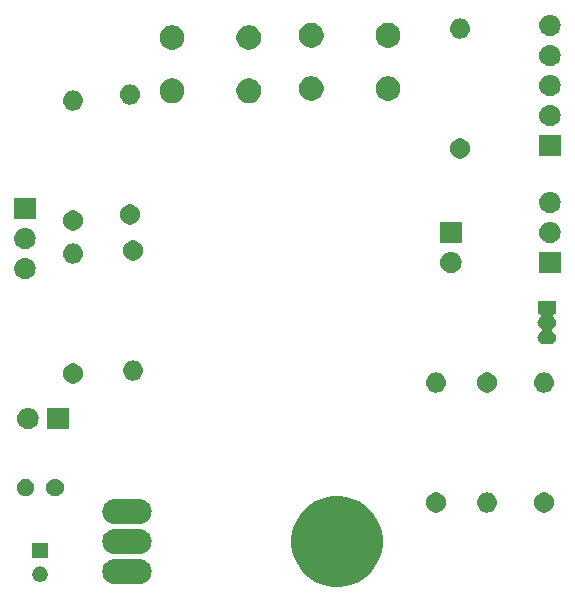
<source format=gbr>
G04 #@! TF.GenerationSoftware,KiCad,Pcbnew,(5.0.1-3-g963ef8bb5)*
G04 #@! TF.CreationDate,2020-03-03T22:13:18-05:00*
G04 #@! TF.ProjectId,NeuMaE,4E65754D61452E6B696361645F706362,rev?*
G04 #@! TF.SameCoordinates,Original*
G04 #@! TF.FileFunction,Soldermask,Bot*
G04 #@! TF.FilePolarity,Negative*
%FSLAX46Y46*%
G04 Gerber Fmt 4.6, Leading zero omitted, Abs format (unit mm)*
G04 Created by KiCad (PCBNEW (5.0.1-3-g963ef8bb5)) date Tuesday, 03 March 2020 at 22:13:18*
%MOMM*%
%LPD*%
G01*
G04 APERTURE LIST*
%ADD10C,0.100000*%
G04 APERTURE END LIST*
D10*
G36*
X73008211Y-55977375D02*
X73710868Y-56268425D01*
X74343247Y-56690967D01*
X74881033Y-57228753D01*
X75303575Y-57861132D01*
X75594625Y-58563789D01*
X75743000Y-59309723D01*
X75743000Y-60070277D01*
X75594625Y-60816211D01*
X75303575Y-61518868D01*
X74881033Y-62151247D01*
X74343247Y-62689033D01*
X73710868Y-63111575D01*
X73008211Y-63402625D01*
X72262277Y-63551000D01*
X71501723Y-63551000D01*
X70755789Y-63402625D01*
X70053132Y-63111575D01*
X69420753Y-62689033D01*
X68882967Y-62151247D01*
X68460425Y-61518868D01*
X68169375Y-60816211D01*
X68021000Y-60070277D01*
X68021000Y-59309723D01*
X68169375Y-58563789D01*
X68460425Y-57861132D01*
X68882967Y-57228753D01*
X69420753Y-56690967D01*
X70053132Y-56268425D01*
X70755789Y-55977375D01*
X71501723Y-55829000D01*
X72262277Y-55829000D01*
X73008211Y-55977375D01*
X73008211Y-55977375D01*
G37*
G36*
X55233114Y-61169176D02*
X55327168Y-61178439D01*
X55528299Y-61239451D01*
X55560899Y-61256876D01*
X55713662Y-61338529D01*
X55876133Y-61471867D01*
X56009471Y-61634338D01*
X56091124Y-61787101D01*
X56108549Y-61819701D01*
X56169561Y-62020832D01*
X56190162Y-62230000D01*
X56169561Y-62439168D01*
X56108549Y-62640299D01*
X56091124Y-62672899D01*
X56009471Y-62825662D01*
X55876133Y-62988133D01*
X55713662Y-63121471D01*
X55560899Y-63203124D01*
X55528299Y-63220549D01*
X55327168Y-63281561D01*
X55233114Y-63290824D01*
X55170413Y-63297000D01*
X53033587Y-63297000D01*
X52970886Y-63290824D01*
X52876832Y-63281561D01*
X52675701Y-63220549D01*
X52643101Y-63203124D01*
X52490338Y-63121471D01*
X52327867Y-62988133D01*
X52194529Y-62825662D01*
X52112876Y-62672899D01*
X52095451Y-62640299D01*
X52034439Y-62439168D01*
X52013838Y-62230000D01*
X52034439Y-62020832D01*
X52095451Y-61819701D01*
X52112876Y-61787101D01*
X52194529Y-61634338D01*
X52327867Y-61471867D01*
X52490338Y-61338529D01*
X52643101Y-61256876D01*
X52675701Y-61239451D01*
X52876832Y-61178439D01*
X52970886Y-61169176D01*
X53033587Y-61163000D01*
X55170413Y-61163000D01*
X55233114Y-61169176D01*
X55233114Y-61169176D01*
G37*
G36*
X46925890Y-61826017D02*
X47044361Y-61875089D01*
X47150992Y-61946338D01*
X47241662Y-62037008D01*
X47312911Y-62143639D01*
X47361983Y-62262110D01*
X47387000Y-62387881D01*
X47387000Y-62516119D01*
X47361983Y-62641890D01*
X47312911Y-62760361D01*
X47241662Y-62866992D01*
X47150992Y-62957662D01*
X47044361Y-63028911D01*
X46925890Y-63077983D01*
X46800119Y-63103000D01*
X46671881Y-63103000D01*
X46546110Y-63077983D01*
X46427639Y-63028911D01*
X46321008Y-62957662D01*
X46230338Y-62866992D01*
X46159089Y-62760361D01*
X46110017Y-62641890D01*
X46085000Y-62516119D01*
X46085000Y-62387881D01*
X46110017Y-62262110D01*
X46159089Y-62143639D01*
X46230338Y-62037008D01*
X46321008Y-61946338D01*
X46427639Y-61875089D01*
X46546110Y-61826017D01*
X46671881Y-61801000D01*
X46800119Y-61801000D01*
X46925890Y-61826017D01*
X46925890Y-61826017D01*
G37*
G36*
X47387000Y-61103000D02*
X46085000Y-61103000D01*
X46085000Y-59801000D01*
X47387000Y-59801000D01*
X47387000Y-61103000D01*
X47387000Y-61103000D01*
G37*
G36*
X55233114Y-58629176D02*
X55327168Y-58638439D01*
X55528299Y-58699451D01*
X55560899Y-58716876D01*
X55713662Y-58798529D01*
X55876133Y-58931867D01*
X56009471Y-59094338D01*
X56091124Y-59247101D01*
X56108549Y-59279701D01*
X56169561Y-59480832D01*
X56190162Y-59690000D01*
X56169561Y-59899168D01*
X56108549Y-60100299D01*
X56108546Y-60100304D01*
X56009471Y-60285662D01*
X55876133Y-60448133D01*
X55713662Y-60581471D01*
X55560899Y-60663124D01*
X55528299Y-60680549D01*
X55327168Y-60741561D01*
X55233114Y-60750824D01*
X55170413Y-60757000D01*
X53033587Y-60757000D01*
X52970886Y-60750824D01*
X52876832Y-60741561D01*
X52675701Y-60680549D01*
X52643101Y-60663124D01*
X52490338Y-60581471D01*
X52327867Y-60448133D01*
X52194529Y-60285662D01*
X52095454Y-60100304D01*
X52095451Y-60100299D01*
X52034439Y-59899168D01*
X52013838Y-59690000D01*
X52034439Y-59480832D01*
X52095451Y-59279701D01*
X52112876Y-59247101D01*
X52194529Y-59094338D01*
X52327867Y-58931867D01*
X52490338Y-58798529D01*
X52643101Y-58716876D01*
X52675701Y-58699451D01*
X52876832Y-58638439D01*
X52970886Y-58629176D01*
X53033587Y-58623000D01*
X55170413Y-58623000D01*
X55233114Y-58629176D01*
X55233114Y-58629176D01*
G37*
G36*
X55233114Y-56089176D02*
X55327168Y-56098439D01*
X55528299Y-56159451D01*
X55560899Y-56176876D01*
X55713662Y-56258529D01*
X55876133Y-56391867D01*
X56009471Y-56554338D01*
X56082499Y-56690965D01*
X56108549Y-56739701D01*
X56169561Y-56940832D01*
X56190162Y-57150000D01*
X56169561Y-57359168D01*
X56108549Y-57560299D01*
X56108546Y-57560304D01*
X56009471Y-57745662D01*
X55876133Y-57908133D01*
X55713662Y-58041471D01*
X55560899Y-58123124D01*
X55528299Y-58140549D01*
X55327168Y-58201561D01*
X55233114Y-58210824D01*
X55170413Y-58217000D01*
X53033587Y-58217000D01*
X52970886Y-58210824D01*
X52876832Y-58201561D01*
X52675701Y-58140549D01*
X52643101Y-58123124D01*
X52490338Y-58041471D01*
X52327867Y-57908133D01*
X52194529Y-57745662D01*
X52095454Y-57560304D01*
X52095451Y-57560299D01*
X52034439Y-57359168D01*
X52013838Y-57150000D01*
X52034439Y-56940832D01*
X52095451Y-56739701D01*
X52121501Y-56690965D01*
X52194529Y-56554338D01*
X52327867Y-56391867D01*
X52490338Y-56258529D01*
X52643101Y-56176876D01*
X52675701Y-56159451D01*
X52876832Y-56098439D01*
X52970886Y-56089176D01*
X53033587Y-56083000D01*
X55170413Y-56083000D01*
X55233114Y-56089176D01*
X55233114Y-56089176D01*
G37*
G36*
X80512228Y-55569703D02*
X80667100Y-55633853D01*
X80806481Y-55726985D01*
X80925015Y-55845519D01*
X81018147Y-55984900D01*
X81082297Y-56139772D01*
X81115000Y-56304184D01*
X81115000Y-56471816D01*
X81082297Y-56636228D01*
X81018147Y-56791100D01*
X80925015Y-56930481D01*
X80806481Y-57049015D01*
X80667100Y-57142147D01*
X80512228Y-57206297D01*
X80347816Y-57239000D01*
X80180184Y-57239000D01*
X80015772Y-57206297D01*
X79860900Y-57142147D01*
X79721519Y-57049015D01*
X79602985Y-56930481D01*
X79509853Y-56791100D01*
X79445703Y-56636228D01*
X79413000Y-56471816D01*
X79413000Y-56304184D01*
X79445703Y-56139772D01*
X79509853Y-55984900D01*
X79602985Y-55845519D01*
X79721519Y-55726985D01*
X79860900Y-55633853D01*
X80015772Y-55569703D01*
X80180184Y-55537000D01*
X80347816Y-55537000D01*
X80512228Y-55569703D01*
X80512228Y-55569703D01*
G37*
G36*
X84748821Y-55549313D02*
X84748824Y-55549314D01*
X84748825Y-55549314D01*
X84909239Y-55597975D01*
X84909241Y-55597976D01*
X84909244Y-55597977D01*
X85057078Y-55676995D01*
X85186659Y-55783341D01*
X85293005Y-55912922D01*
X85372023Y-56060756D01*
X85372024Y-56060759D01*
X85372025Y-56060761D01*
X85401962Y-56159451D01*
X85420687Y-56221179D01*
X85437117Y-56388000D01*
X85420687Y-56554821D01*
X85420686Y-56554824D01*
X85420686Y-56554825D01*
X85379388Y-56690967D01*
X85372023Y-56715244D01*
X85293005Y-56863078D01*
X85186659Y-56992659D01*
X85057078Y-57099005D01*
X84909244Y-57178023D01*
X84909241Y-57178024D01*
X84909239Y-57178025D01*
X84748825Y-57226686D01*
X84748824Y-57226686D01*
X84748821Y-57226687D01*
X84623804Y-57239000D01*
X84540196Y-57239000D01*
X84415179Y-57226687D01*
X84415176Y-57226686D01*
X84415175Y-57226686D01*
X84254761Y-57178025D01*
X84254759Y-57178024D01*
X84254756Y-57178023D01*
X84106922Y-57099005D01*
X83977341Y-56992659D01*
X83870995Y-56863078D01*
X83791977Y-56715244D01*
X83784613Y-56690967D01*
X83743314Y-56554825D01*
X83743314Y-56554824D01*
X83743313Y-56554821D01*
X83726883Y-56388000D01*
X83743313Y-56221179D01*
X83762038Y-56159451D01*
X83791975Y-56060761D01*
X83791976Y-56060759D01*
X83791977Y-56060756D01*
X83870995Y-55912922D01*
X83977341Y-55783341D01*
X84106922Y-55676995D01*
X84254756Y-55597977D01*
X84254759Y-55597976D01*
X84254761Y-55597975D01*
X84415175Y-55549314D01*
X84415176Y-55549314D01*
X84415179Y-55549313D01*
X84540196Y-55537000D01*
X84623804Y-55537000D01*
X84748821Y-55549313D01*
X84748821Y-55549313D01*
G37*
G36*
X89656228Y-55569703D02*
X89811100Y-55633853D01*
X89950481Y-55726985D01*
X90069015Y-55845519D01*
X90162147Y-55984900D01*
X90226297Y-56139772D01*
X90259000Y-56304184D01*
X90259000Y-56471816D01*
X90226297Y-56636228D01*
X90162147Y-56791100D01*
X90069015Y-56930481D01*
X89950481Y-57049015D01*
X89811100Y-57142147D01*
X89656228Y-57206297D01*
X89491816Y-57239000D01*
X89324184Y-57239000D01*
X89159772Y-57206297D01*
X89004900Y-57142147D01*
X88865519Y-57049015D01*
X88746985Y-56930481D01*
X88653853Y-56791100D01*
X88589703Y-56636228D01*
X88557000Y-56471816D01*
X88557000Y-56304184D01*
X88589703Y-56139772D01*
X88653853Y-55984900D01*
X88746985Y-55845519D01*
X88865519Y-55726985D01*
X89004900Y-55633853D01*
X89159772Y-55569703D01*
X89324184Y-55537000D01*
X89491816Y-55537000D01*
X89656228Y-55569703D01*
X89656228Y-55569703D01*
G37*
G36*
X48138004Y-54378544D02*
X48225059Y-54395860D01*
X48361732Y-54452472D01*
X48361733Y-54452473D01*
X48484738Y-54534662D01*
X48589338Y-54639262D01*
X48589340Y-54639265D01*
X48671528Y-54762268D01*
X48728140Y-54898941D01*
X48757000Y-55044033D01*
X48757000Y-55191967D01*
X48728140Y-55337059D01*
X48671528Y-55473732D01*
X48590446Y-55595079D01*
X48589338Y-55596738D01*
X48484738Y-55701338D01*
X48484735Y-55701340D01*
X48361732Y-55783528D01*
X48225059Y-55840140D01*
X48138004Y-55857456D01*
X48079969Y-55869000D01*
X47932031Y-55869000D01*
X47873996Y-55857456D01*
X47786941Y-55840140D01*
X47650268Y-55783528D01*
X47527265Y-55701340D01*
X47527262Y-55701338D01*
X47422662Y-55596738D01*
X47421554Y-55595079D01*
X47340472Y-55473732D01*
X47283860Y-55337059D01*
X47255000Y-55191967D01*
X47255000Y-55044033D01*
X47283860Y-54898941D01*
X47340472Y-54762268D01*
X47422660Y-54639265D01*
X47422662Y-54639262D01*
X47527262Y-54534662D01*
X47650267Y-54452473D01*
X47650268Y-54452472D01*
X47786941Y-54395860D01*
X47873996Y-54378544D01*
X47932031Y-54367000D01*
X48079969Y-54367000D01*
X48138004Y-54378544D01*
X48138004Y-54378544D01*
G37*
G36*
X45638004Y-54378544D02*
X45725059Y-54395860D01*
X45861732Y-54452472D01*
X45861733Y-54452473D01*
X45984738Y-54534662D01*
X46089338Y-54639262D01*
X46089340Y-54639265D01*
X46171528Y-54762268D01*
X46228140Y-54898941D01*
X46257000Y-55044033D01*
X46257000Y-55191967D01*
X46228140Y-55337059D01*
X46171528Y-55473732D01*
X46090446Y-55595079D01*
X46089338Y-55596738D01*
X45984738Y-55701338D01*
X45984735Y-55701340D01*
X45861732Y-55783528D01*
X45725059Y-55840140D01*
X45638004Y-55857456D01*
X45579969Y-55869000D01*
X45432031Y-55869000D01*
X45373996Y-55857456D01*
X45286941Y-55840140D01*
X45150268Y-55783528D01*
X45027265Y-55701340D01*
X45027262Y-55701338D01*
X44922662Y-55596738D01*
X44921554Y-55595079D01*
X44840472Y-55473732D01*
X44783860Y-55337059D01*
X44755000Y-55191967D01*
X44755000Y-55044033D01*
X44783860Y-54898941D01*
X44840472Y-54762268D01*
X44922660Y-54639265D01*
X44922662Y-54639262D01*
X45027262Y-54534662D01*
X45150267Y-54452473D01*
X45150268Y-54452472D01*
X45286941Y-54395860D01*
X45373996Y-54378544D01*
X45432031Y-54367000D01*
X45579969Y-54367000D01*
X45638004Y-54378544D01*
X45638004Y-54378544D01*
G37*
G36*
X49161000Y-50177000D02*
X47359000Y-50177000D01*
X47359000Y-48375000D01*
X49161000Y-48375000D01*
X49161000Y-50177000D01*
X49161000Y-50177000D01*
G37*
G36*
X45830442Y-48381518D02*
X45896627Y-48388037D01*
X46009853Y-48422384D01*
X46066467Y-48439557D01*
X46205087Y-48513652D01*
X46222991Y-48523222D01*
X46258729Y-48552552D01*
X46360186Y-48635814D01*
X46443448Y-48737271D01*
X46472778Y-48773009D01*
X46472779Y-48773011D01*
X46556443Y-48929533D01*
X46556443Y-48929534D01*
X46607963Y-49099373D01*
X46625359Y-49276000D01*
X46607963Y-49452627D01*
X46573616Y-49565853D01*
X46556443Y-49622467D01*
X46482348Y-49761087D01*
X46472778Y-49778991D01*
X46443448Y-49814729D01*
X46360186Y-49916186D01*
X46258729Y-49999448D01*
X46222991Y-50028778D01*
X46222989Y-50028779D01*
X46066467Y-50112443D01*
X46009853Y-50129616D01*
X45896627Y-50163963D01*
X45830443Y-50170481D01*
X45764260Y-50177000D01*
X45675740Y-50177000D01*
X45609557Y-50170481D01*
X45543373Y-50163963D01*
X45430147Y-50129616D01*
X45373533Y-50112443D01*
X45217011Y-50028779D01*
X45217009Y-50028778D01*
X45181271Y-49999448D01*
X45079814Y-49916186D01*
X44996552Y-49814729D01*
X44967222Y-49778991D01*
X44957652Y-49761087D01*
X44883557Y-49622467D01*
X44866384Y-49565853D01*
X44832037Y-49452627D01*
X44814641Y-49276000D01*
X44832037Y-49099373D01*
X44883557Y-48929534D01*
X44883557Y-48929533D01*
X44967221Y-48773011D01*
X44967222Y-48773009D01*
X44996552Y-48737271D01*
X45079814Y-48635814D01*
X45181271Y-48552552D01*
X45217009Y-48523222D01*
X45234913Y-48513652D01*
X45373533Y-48439557D01*
X45430147Y-48422384D01*
X45543373Y-48388037D01*
X45609558Y-48381518D01*
X45675740Y-48375000D01*
X45764260Y-48375000D01*
X45830442Y-48381518D01*
X45830442Y-48381518D01*
G37*
G36*
X80430821Y-45389313D02*
X80430824Y-45389314D01*
X80430825Y-45389314D01*
X80591239Y-45437975D01*
X80591241Y-45437976D01*
X80591244Y-45437977D01*
X80739078Y-45516995D01*
X80868659Y-45623341D01*
X80975005Y-45752922D01*
X81054023Y-45900756D01*
X81054024Y-45900759D01*
X81054025Y-45900761D01*
X81102686Y-46061175D01*
X81102687Y-46061179D01*
X81119117Y-46228000D01*
X81102687Y-46394821D01*
X81102686Y-46394824D01*
X81102686Y-46394825D01*
X81077993Y-46476228D01*
X81054023Y-46555244D01*
X80975005Y-46703078D01*
X80868659Y-46832659D01*
X80739078Y-46939005D01*
X80591244Y-47018023D01*
X80591241Y-47018024D01*
X80591239Y-47018025D01*
X80430825Y-47066686D01*
X80430824Y-47066686D01*
X80430821Y-47066687D01*
X80305804Y-47079000D01*
X80222196Y-47079000D01*
X80097179Y-47066687D01*
X80097176Y-47066686D01*
X80097175Y-47066686D01*
X79936761Y-47018025D01*
X79936759Y-47018024D01*
X79936756Y-47018023D01*
X79788922Y-46939005D01*
X79659341Y-46832659D01*
X79552995Y-46703078D01*
X79473977Y-46555244D01*
X79450008Y-46476228D01*
X79425314Y-46394825D01*
X79425314Y-46394824D01*
X79425313Y-46394821D01*
X79408883Y-46228000D01*
X79425313Y-46061179D01*
X79425314Y-46061175D01*
X79473975Y-45900761D01*
X79473976Y-45900759D01*
X79473977Y-45900756D01*
X79552995Y-45752922D01*
X79659341Y-45623341D01*
X79788922Y-45516995D01*
X79936756Y-45437977D01*
X79936759Y-45437976D01*
X79936761Y-45437975D01*
X80097175Y-45389314D01*
X80097176Y-45389314D01*
X80097179Y-45389313D01*
X80222196Y-45377000D01*
X80305804Y-45377000D01*
X80430821Y-45389313D01*
X80430821Y-45389313D01*
G37*
G36*
X84830228Y-45409703D02*
X84985100Y-45473853D01*
X85124481Y-45566985D01*
X85243015Y-45685519D01*
X85336147Y-45824900D01*
X85400297Y-45979772D01*
X85433000Y-46144184D01*
X85433000Y-46311816D01*
X85400297Y-46476228D01*
X85336147Y-46631100D01*
X85243015Y-46770481D01*
X85124481Y-46889015D01*
X84985100Y-46982147D01*
X84830228Y-47046297D01*
X84665816Y-47079000D01*
X84498184Y-47079000D01*
X84333772Y-47046297D01*
X84178900Y-46982147D01*
X84039519Y-46889015D01*
X83920985Y-46770481D01*
X83827853Y-46631100D01*
X83763703Y-46476228D01*
X83731000Y-46311816D01*
X83731000Y-46144184D01*
X83763703Y-45979772D01*
X83827853Y-45824900D01*
X83920985Y-45685519D01*
X84039519Y-45566985D01*
X84178900Y-45473853D01*
X84333772Y-45409703D01*
X84498184Y-45377000D01*
X84665816Y-45377000D01*
X84830228Y-45409703D01*
X84830228Y-45409703D01*
G37*
G36*
X89574821Y-45389313D02*
X89574824Y-45389314D01*
X89574825Y-45389314D01*
X89735239Y-45437975D01*
X89735241Y-45437976D01*
X89735244Y-45437977D01*
X89883078Y-45516995D01*
X90012659Y-45623341D01*
X90119005Y-45752922D01*
X90198023Y-45900756D01*
X90198024Y-45900759D01*
X90198025Y-45900761D01*
X90246686Y-46061175D01*
X90246687Y-46061179D01*
X90263117Y-46228000D01*
X90246687Y-46394821D01*
X90246686Y-46394824D01*
X90246686Y-46394825D01*
X90221993Y-46476228D01*
X90198023Y-46555244D01*
X90119005Y-46703078D01*
X90012659Y-46832659D01*
X89883078Y-46939005D01*
X89735244Y-47018023D01*
X89735241Y-47018024D01*
X89735239Y-47018025D01*
X89574825Y-47066686D01*
X89574824Y-47066686D01*
X89574821Y-47066687D01*
X89449804Y-47079000D01*
X89366196Y-47079000D01*
X89241179Y-47066687D01*
X89241176Y-47066686D01*
X89241175Y-47066686D01*
X89080761Y-47018025D01*
X89080759Y-47018024D01*
X89080756Y-47018023D01*
X88932922Y-46939005D01*
X88803341Y-46832659D01*
X88696995Y-46703078D01*
X88617977Y-46555244D01*
X88594008Y-46476228D01*
X88569314Y-46394825D01*
X88569314Y-46394824D01*
X88569313Y-46394821D01*
X88552883Y-46228000D01*
X88569313Y-46061179D01*
X88569314Y-46061175D01*
X88617975Y-45900761D01*
X88617976Y-45900759D01*
X88617977Y-45900756D01*
X88696995Y-45752922D01*
X88803341Y-45623341D01*
X88932922Y-45516995D01*
X89080756Y-45437977D01*
X89080759Y-45437976D01*
X89080761Y-45437975D01*
X89241175Y-45389314D01*
X89241176Y-45389314D01*
X89241179Y-45389313D01*
X89366196Y-45377000D01*
X89449804Y-45377000D01*
X89574821Y-45389313D01*
X89574821Y-45389313D01*
G37*
G36*
X49778228Y-44647703D02*
X49933100Y-44711853D01*
X50072481Y-44804985D01*
X50191015Y-44923519D01*
X50284147Y-45062900D01*
X50348297Y-45217772D01*
X50381000Y-45382184D01*
X50381000Y-45549816D01*
X50348297Y-45714228D01*
X50284147Y-45869100D01*
X50191015Y-46008481D01*
X50072481Y-46127015D01*
X49933100Y-46220147D01*
X49778228Y-46284297D01*
X49613816Y-46317000D01*
X49446184Y-46317000D01*
X49281772Y-46284297D01*
X49126900Y-46220147D01*
X48987519Y-46127015D01*
X48868985Y-46008481D01*
X48775853Y-45869100D01*
X48711703Y-45714228D01*
X48679000Y-45549816D01*
X48679000Y-45382184D01*
X48711703Y-45217772D01*
X48775853Y-45062900D01*
X48868985Y-44923519D01*
X48987519Y-44804985D01*
X49126900Y-44711853D01*
X49281772Y-44647703D01*
X49446184Y-44615000D01*
X49613816Y-44615000D01*
X49778228Y-44647703D01*
X49778228Y-44647703D01*
G37*
G36*
X54776821Y-44373313D02*
X54776824Y-44373314D01*
X54776825Y-44373314D01*
X54937239Y-44421975D01*
X54937241Y-44421976D01*
X54937244Y-44421977D01*
X55085078Y-44500995D01*
X55214659Y-44607341D01*
X55321005Y-44736922D01*
X55400023Y-44884756D01*
X55448687Y-45045179D01*
X55465117Y-45212000D01*
X55448687Y-45378821D01*
X55448686Y-45378824D01*
X55448686Y-45378825D01*
X55406773Y-45516995D01*
X55400023Y-45539244D01*
X55321005Y-45687078D01*
X55214659Y-45816659D01*
X55085078Y-45923005D01*
X54937244Y-46002023D01*
X54937241Y-46002024D01*
X54937239Y-46002025D01*
X54776825Y-46050686D01*
X54776824Y-46050686D01*
X54776821Y-46050687D01*
X54651804Y-46063000D01*
X54568196Y-46063000D01*
X54443179Y-46050687D01*
X54443176Y-46050686D01*
X54443175Y-46050686D01*
X54282761Y-46002025D01*
X54282759Y-46002024D01*
X54282756Y-46002023D01*
X54134922Y-45923005D01*
X54005341Y-45816659D01*
X53898995Y-45687078D01*
X53819977Y-45539244D01*
X53813228Y-45516995D01*
X53771314Y-45378825D01*
X53771314Y-45378824D01*
X53771313Y-45378821D01*
X53754883Y-45212000D01*
X53771313Y-45045179D01*
X53819977Y-44884756D01*
X53898995Y-44736922D01*
X54005341Y-44607341D01*
X54134922Y-44500995D01*
X54282756Y-44421977D01*
X54282759Y-44421976D01*
X54282761Y-44421975D01*
X54443175Y-44373314D01*
X54443176Y-44373314D01*
X54443179Y-44373313D01*
X54568196Y-44361000D01*
X54651804Y-44361000D01*
X54776821Y-44373313D01*
X54776821Y-44373313D01*
G37*
G36*
X90463000Y-40454000D02*
X90298664Y-40454000D01*
X90274278Y-40456402D01*
X90250829Y-40463515D01*
X90229218Y-40475066D01*
X90210276Y-40490612D01*
X90194730Y-40509554D01*
X90183179Y-40531165D01*
X90176066Y-40554614D01*
X90173664Y-40579000D01*
X90176066Y-40603386D01*
X90183179Y-40626835D01*
X90194730Y-40648446D01*
X90219365Y-40675626D01*
X90296264Y-40738736D01*
X90368244Y-40826443D01*
X90421729Y-40926508D01*
X90454666Y-41035084D01*
X90465787Y-41148000D01*
X90454666Y-41260916D01*
X90421729Y-41369492D01*
X90421726Y-41369497D01*
X90368244Y-41469557D01*
X90296264Y-41557264D01*
X90208557Y-41629244D01*
X90127143Y-41672760D01*
X90106768Y-41686373D01*
X90089441Y-41703701D01*
X90075827Y-41724075D01*
X90066450Y-41746714D01*
X90061669Y-41770747D01*
X90061669Y-41795252D01*
X90066449Y-41819285D01*
X90075827Y-41841924D01*
X90089440Y-41862299D01*
X90106768Y-41879626D01*
X90127143Y-41893240D01*
X90208557Y-41936756D01*
X90296264Y-42008736D01*
X90368244Y-42096443D01*
X90421729Y-42196508D01*
X90454666Y-42305084D01*
X90465787Y-42418000D01*
X90454666Y-42530916D01*
X90421729Y-42639492D01*
X90368244Y-42739557D01*
X90296264Y-42827264D01*
X90208557Y-42899244D01*
X90108492Y-42952729D01*
X89999916Y-42985666D01*
X89915298Y-42994000D01*
X89408702Y-42994000D01*
X89324084Y-42985666D01*
X89215508Y-42952729D01*
X89115443Y-42899244D01*
X89027736Y-42827264D01*
X88955756Y-42739557D01*
X88902271Y-42639492D01*
X88869334Y-42530916D01*
X88858213Y-42418000D01*
X88869334Y-42305084D01*
X88902271Y-42196508D01*
X88955756Y-42096443D01*
X89027736Y-42008736D01*
X89115443Y-41936756D01*
X89196857Y-41893240D01*
X89217232Y-41879627D01*
X89234559Y-41862299D01*
X89248173Y-41841925D01*
X89257550Y-41819286D01*
X89262331Y-41795253D01*
X89262331Y-41770748D01*
X89257551Y-41746715D01*
X89248173Y-41724076D01*
X89234560Y-41703701D01*
X89217232Y-41686374D01*
X89196857Y-41672760D01*
X89115443Y-41629244D01*
X89027736Y-41557264D01*
X88955756Y-41469557D01*
X88902274Y-41369497D01*
X88902271Y-41369492D01*
X88869334Y-41260916D01*
X88858213Y-41148000D01*
X88869334Y-41035084D01*
X88902271Y-40926508D01*
X88955756Y-40826443D01*
X89027736Y-40738736D01*
X89104635Y-40675626D01*
X89121962Y-40658299D01*
X89135576Y-40637924D01*
X89144954Y-40615285D01*
X89149734Y-40591252D01*
X89149734Y-40566748D01*
X89144953Y-40542714D01*
X89135576Y-40520075D01*
X89121962Y-40499701D01*
X89104635Y-40482374D01*
X89084260Y-40468760D01*
X89061621Y-40459382D01*
X89025336Y-40454000D01*
X88861000Y-40454000D01*
X88861000Y-39302000D01*
X90463000Y-39302000D01*
X90463000Y-40454000D01*
X90463000Y-40454000D01*
G37*
G36*
X45576442Y-35681518D02*
X45642627Y-35688037D01*
X45753049Y-35721533D01*
X45812467Y-35739557D01*
X45890146Y-35781078D01*
X45968991Y-35823222D01*
X46004729Y-35852552D01*
X46106186Y-35935814D01*
X46189448Y-36037271D01*
X46218778Y-36073009D01*
X46218779Y-36073011D01*
X46302443Y-36229533D01*
X46319616Y-36286147D01*
X46353963Y-36399373D01*
X46371359Y-36576000D01*
X46353963Y-36752627D01*
X46333289Y-36820779D01*
X46302443Y-36922467D01*
X46277570Y-36969000D01*
X46218778Y-37078991D01*
X46189448Y-37114729D01*
X46106186Y-37216186D01*
X46004729Y-37299448D01*
X45968991Y-37328778D01*
X45968989Y-37328779D01*
X45812467Y-37412443D01*
X45755853Y-37429616D01*
X45642627Y-37463963D01*
X45576442Y-37470482D01*
X45510260Y-37477000D01*
X45421740Y-37477000D01*
X45355558Y-37470482D01*
X45289373Y-37463963D01*
X45176147Y-37429616D01*
X45119533Y-37412443D01*
X44963011Y-37328779D01*
X44963009Y-37328778D01*
X44927271Y-37299448D01*
X44825814Y-37216186D01*
X44742552Y-37114729D01*
X44713222Y-37078991D01*
X44654430Y-36969000D01*
X44629557Y-36922467D01*
X44598711Y-36820779D01*
X44578037Y-36752627D01*
X44560641Y-36576000D01*
X44578037Y-36399373D01*
X44612384Y-36286147D01*
X44629557Y-36229533D01*
X44713221Y-36073011D01*
X44713222Y-36073009D01*
X44742552Y-36037271D01*
X44825814Y-35935814D01*
X44927271Y-35852552D01*
X44963009Y-35823222D01*
X45041854Y-35781078D01*
X45119533Y-35739557D01*
X45178951Y-35721533D01*
X45289373Y-35688037D01*
X45355558Y-35681518D01*
X45421740Y-35675000D01*
X45510260Y-35675000D01*
X45576442Y-35681518D01*
X45576442Y-35681518D01*
G37*
G36*
X81644442Y-35173518D02*
X81710627Y-35180037D01*
X81823853Y-35214384D01*
X81880467Y-35231557D01*
X82008939Y-35300228D01*
X82036991Y-35315222D01*
X82072729Y-35344552D01*
X82174186Y-35427814D01*
X82257448Y-35529271D01*
X82286778Y-35565009D01*
X82286779Y-35565011D01*
X82370443Y-35721533D01*
X82370443Y-35721534D01*
X82421963Y-35891373D01*
X82439359Y-36068000D01*
X82421963Y-36244627D01*
X82387616Y-36357853D01*
X82370443Y-36414467D01*
X82296348Y-36553087D01*
X82286778Y-36570991D01*
X82282667Y-36576000D01*
X82174186Y-36708186D01*
X82072729Y-36791448D01*
X82036991Y-36820778D01*
X82036989Y-36820779D01*
X81880467Y-36904443D01*
X81823853Y-36921616D01*
X81710627Y-36955963D01*
X81644442Y-36962482D01*
X81578260Y-36969000D01*
X81489740Y-36969000D01*
X81423558Y-36962482D01*
X81357373Y-36955963D01*
X81244147Y-36921616D01*
X81187533Y-36904443D01*
X81031011Y-36820779D01*
X81031009Y-36820778D01*
X80995271Y-36791448D01*
X80893814Y-36708186D01*
X80785333Y-36576000D01*
X80781222Y-36570991D01*
X80771652Y-36553087D01*
X80697557Y-36414467D01*
X80680384Y-36357853D01*
X80646037Y-36244627D01*
X80628641Y-36068000D01*
X80646037Y-35891373D01*
X80697557Y-35721534D01*
X80697557Y-35721533D01*
X80781221Y-35565011D01*
X80781222Y-35565009D01*
X80810552Y-35529271D01*
X80893814Y-35427814D01*
X80995271Y-35344552D01*
X81031009Y-35315222D01*
X81059061Y-35300228D01*
X81187533Y-35231557D01*
X81244147Y-35214384D01*
X81357373Y-35180037D01*
X81423558Y-35173518D01*
X81489740Y-35167000D01*
X81578260Y-35167000D01*
X81644442Y-35173518D01*
X81644442Y-35173518D01*
G37*
G36*
X90817000Y-36969000D02*
X89015000Y-36969000D01*
X89015000Y-35167000D01*
X90817000Y-35167000D01*
X90817000Y-36969000D01*
X90817000Y-36969000D01*
G37*
G36*
X49696821Y-34467313D02*
X49696824Y-34467314D01*
X49696825Y-34467314D01*
X49857239Y-34515975D01*
X49857241Y-34515976D01*
X49857244Y-34515977D01*
X50005078Y-34594995D01*
X50134659Y-34701341D01*
X50241005Y-34830922D01*
X50320023Y-34978756D01*
X50368687Y-35139179D01*
X50385117Y-35306000D01*
X50368687Y-35472821D01*
X50368686Y-35472824D01*
X50368686Y-35472825D01*
X50340722Y-35565011D01*
X50320023Y-35633244D01*
X50241005Y-35781078D01*
X50134659Y-35910659D01*
X50005078Y-36017005D01*
X49857244Y-36096023D01*
X49857241Y-36096024D01*
X49857239Y-36096025D01*
X49696825Y-36144686D01*
X49696824Y-36144686D01*
X49696821Y-36144687D01*
X49571804Y-36157000D01*
X49488196Y-36157000D01*
X49363179Y-36144687D01*
X49363176Y-36144686D01*
X49363175Y-36144686D01*
X49202761Y-36096025D01*
X49202759Y-36096024D01*
X49202756Y-36096023D01*
X49054922Y-36017005D01*
X48925341Y-35910659D01*
X48818995Y-35781078D01*
X48739977Y-35633244D01*
X48719279Y-35565011D01*
X48691314Y-35472825D01*
X48691314Y-35472824D01*
X48691313Y-35472821D01*
X48674883Y-35306000D01*
X48691313Y-35139179D01*
X48739977Y-34978756D01*
X48818995Y-34830922D01*
X48925341Y-34701341D01*
X49054922Y-34594995D01*
X49202756Y-34515977D01*
X49202759Y-34515976D01*
X49202761Y-34515975D01*
X49363175Y-34467314D01*
X49363176Y-34467314D01*
X49363179Y-34467313D01*
X49488196Y-34455000D01*
X49571804Y-34455000D01*
X49696821Y-34467313D01*
X49696821Y-34467313D01*
G37*
G36*
X54858228Y-34233703D02*
X55013100Y-34297853D01*
X55152481Y-34390985D01*
X55271015Y-34509519D01*
X55364147Y-34648900D01*
X55428297Y-34803772D01*
X55461000Y-34968184D01*
X55461000Y-35135816D01*
X55428297Y-35300228D01*
X55364147Y-35455100D01*
X55271015Y-35594481D01*
X55152481Y-35713015D01*
X55013100Y-35806147D01*
X54858228Y-35870297D01*
X54693816Y-35903000D01*
X54526184Y-35903000D01*
X54361772Y-35870297D01*
X54206900Y-35806147D01*
X54067519Y-35713015D01*
X53948985Y-35594481D01*
X53855853Y-35455100D01*
X53791703Y-35300228D01*
X53759000Y-35135816D01*
X53759000Y-34968184D01*
X53791703Y-34803772D01*
X53855853Y-34648900D01*
X53948985Y-34509519D01*
X54067519Y-34390985D01*
X54206900Y-34297853D01*
X54361772Y-34233703D01*
X54526184Y-34201000D01*
X54693816Y-34201000D01*
X54858228Y-34233703D01*
X54858228Y-34233703D01*
G37*
G36*
X45576443Y-33141519D02*
X45642627Y-33148037D01*
X45753049Y-33181533D01*
X45812467Y-33199557D01*
X45937044Y-33266146D01*
X45968991Y-33283222D01*
X46004729Y-33312552D01*
X46106186Y-33395814D01*
X46189448Y-33497271D01*
X46218778Y-33533009D01*
X46218779Y-33533011D01*
X46302443Y-33689533D01*
X46319616Y-33746147D01*
X46353963Y-33859373D01*
X46371359Y-34036000D01*
X46353963Y-34212627D01*
X46333289Y-34280779D01*
X46302443Y-34382467D01*
X46234531Y-34509519D01*
X46218778Y-34538991D01*
X46189448Y-34574729D01*
X46106186Y-34676186D01*
X46004729Y-34759448D01*
X45968991Y-34788778D01*
X45968989Y-34788779D01*
X45812467Y-34872443D01*
X45755853Y-34889616D01*
X45642627Y-34923963D01*
X45576442Y-34930482D01*
X45510260Y-34937000D01*
X45421740Y-34937000D01*
X45355558Y-34930482D01*
X45289373Y-34923963D01*
X45176147Y-34889616D01*
X45119533Y-34872443D01*
X44963011Y-34788779D01*
X44963009Y-34788778D01*
X44927271Y-34759448D01*
X44825814Y-34676186D01*
X44742552Y-34574729D01*
X44713222Y-34538991D01*
X44697469Y-34509519D01*
X44629557Y-34382467D01*
X44598711Y-34280779D01*
X44578037Y-34212627D01*
X44560641Y-34036000D01*
X44578037Y-33859373D01*
X44612384Y-33746147D01*
X44629557Y-33689533D01*
X44713221Y-33533011D01*
X44713222Y-33533009D01*
X44742552Y-33497271D01*
X44825814Y-33395814D01*
X44927271Y-33312552D01*
X44963009Y-33283222D01*
X44994956Y-33266146D01*
X45119533Y-33199557D01*
X45178951Y-33181533D01*
X45289373Y-33148037D01*
X45355557Y-33141519D01*
X45421740Y-33135000D01*
X45510260Y-33135000D01*
X45576443Y-33141519D01*
X45576443Y-33141519D01*
G37*
G36*
X90026442Y-32633518D02*
X90092627Y-32640037D01*
X90205853Y-32674384D01*
X90262467Y-32691557D01*
X90387044Y-32758146D01*
X90418991Y-32775222D01*
X90454729Y-32804552D01*
X90556186Y-32887814D01*
X90639448Y-32989271D01*
X90668778Y-33025009D01*
X90668779Y-33025011D01*
X90752443Y-33181533D01*
X90752443Y-33181534D01*
X90803963Y-33351373D01*
X90821359Y-33528000D01*
X90803963Y-33704627D01*
X90769616Y-33817853D01*
X90752443Y-33874467D01*
X90678348Y-34013087D01*
X90668778Y-34030991D01*
X90664667Y-34036000D01*
X90556186Y-34168186D01*
X90454729Y-34251448D01*
X90418991Y-34280778D01*
X90418989Y-34280779D01*
X90262467Y-34364443D01*
X90205853Y-34381616D01*
X90092627Y-34415963D01*
X90026443Y-34422481D01*
X89960260Y-34429000D01*
X89871740Y-34429000D01*
X89805557Y-34422481D01*
X89739373Y-34415963D01*
X89626147Y-34381616D01*
X89569533Y-34364443D01*
X89413011Y-34280779D01*
X89413009Y-34280778D01*
X89377271Y-34251448D01*
X89275814Y-34168186D01*
X89167333Y-34036000D01*
X89163222Y-34030991D01*
X89153652Y-34013087D01*
X89079557Y-33874467D01*
X89062384Y-33817853D01*
X89028037Y-33704627D01*
X89010641Y-33528000D01*
X89028037Y-33351373D01*
X89079557Y-33181534D01*
X89079557Y-33181533D01*
X89163221Y-33025011D01*
X89163222Y-33025009D01*
X89192552Y-32989271D01*
X89275814Y-32887814D01*
X89377271Y-32804552D01*
X89413009Y-32775222D01*
X89444956Y-32758146D01*
X89569533Y-32691557D01*
X89626147Y-32674384D01*
X89739373Y-32640037D01*
X89805558Y-32633518D01*
X89871740Y-32627000D01*
X89960260Y-32627000D01*
X90026442Y-32633518D01*
X90026442Y-32633518D01*
G37*
G36*
X82435000Y-34429000D02*
X80633000Y-34429000D01*
X80633000Y-32627000D01*
X82435000Y-32627000D01*
X82435000Y-34429000D01*
X82435000Y-34429000D01*
G37*
G36*
X49778228Y-31693703D02*
X49933100Y-31757853D01*
X50072481Y-31850985D01*
X50191015Y-31969519D01*
X50284147Y-32108900D01*
X50348297Y-32263772D01*
X50381000Y-32428184D01*
X50381000Y-32595816D01*
X50348297Y-32760228D01*
X50284147Y-32915100D01*
X50191015Y-33054481D01*
X50072481Y-33173015D01*
X49933100Y-33266147D01*
X49778228Y-33330297D01*
X49613816Y-33363000D01*
X49446184Y-33363000D01*
X49281772Y-33330297D01*
X49126900Y-33266147D01*
X48987519Y-33173015D01*
X48868985Y-33054481D01*
X48775853Y-32915100D01*
X48711703Y-32760228D01*
X48679000Y-32595816D01*
X48679000Y-32428184D01*
X48711703Y-32263772D01*
X48775853Y-32108900D01*
X48868985Y-31969519D01*
X48987519Y-31850985D01*
X49126900Y-31757853D01*
X49281772Y-31693703D01*
X49446184Y-31661000D01*
X49613816Y-31661000D01*
X49778228Y-31693703D01*
X49778228Y-31693703D01*
G37*
G36*
X54604228Y-31185703D02*
X54759100Y-31249853D01*
X54898481Y-31342985D01*
X55017015Y-31461519D01*
X55110147Y-31600900D01*
X55174297Y-31755772D01*
X55207000Y-31920184D01*
X55207000Y-32087816D01*
X55174297Y-32252228D01*
X55110147Y-32407100D01*
X55017015Y-32546481D01*
X54898481Y-32665015D01*
X54759100Y-32758147D01*
X54604228Y-32822297D01*
X54439816Y-32855000D01*
X54272184Y-32855000D01*
X54107772Y-32822297D01*
X53952900Y-32758147D01*
X53813519Y-32665015D01*
X53694985Y-32546481D01*
X53601853Y-32407100D01*
X53537703Y-32252228D01*
X53505000Y-32087816D01*
X53505000Y-31920184D01*
X53537703Y-31755772D01*
X53601853Y-31600900D01*
X53694985Y-31461519D01*
X53813519Y-31342985D01*
X53952900Y-31249853D01*
X54107772Y-31185703D01*
X54272184Y-31153000D01*
X54439816Y-31153000D01*
X54604228Y-31185703D01*
X54604228Y-31185703D01*
G37*
G36*
X46367000Y-32397000D02*
X44565000Y-32397000D01*
X44565000Y-30595000D01*
X46367000Y-30595000D01*
X46367000Y-32397000D01*
X46367000Y-32397000D01*
G37*
G36*
X90026442Y-30093518D02*
X90092627Y-30100037D01*
X90205853Y-30134384D01*
X90262467Y-30151557D01*
X90401087Y-30225652D01*
X90418991Y-30235222D01*
X90454729Y-30264552D01*
X90556186Y-30347814D01*
X90639448Y-30449271D01*
X90668778Y-30485009D01*
X90668779Y-30485011D01*
X90752443Y-30641533D01*
X90752443Y-30641534D01*
X90803963Y-30811373D01*
X90821359Y-30988000D01*
X90803963Y-31164627D01*
X90797569Y-31185704D01*
X90752443Y-31334467D01*
X90747889Y-31342986D01*
X90668778Y-31490991D01*
X90639448Y-31526729D01*
X90556186Y-31628186D01*
X90454729Y-31711448D01*
X90418991Y-31740778D01*
X90418989Y-31740779D01*
X90262467Y-31824443D01*
X90205853Y-31841616D01*
X90092627Y-31875963D01*
X90026442Y-31882482D01*
X89960260Y-31889000D01*
X89871740Y-31889000D01*
X89805558Y-31882482D01*
X89739373Y-31875963D01*
X89626147Y-31841616D01*
X89569533Y-31824443D01*
X89413011Y-31740779D01*
X89413009Y-31740778D01*
X89377271Y-31711448D01*
X89275814Y-31628186D01*
X89192552Y-31526729D01*
X89163222Y-31490991D01*
X89084111Y-31342986D01*
X89079557Y-31334467D01*
X89034431Y-31185704D01*
X89028037Y-31164627D01*
X89010641Y-30988000D01*
X89028037Y-30811373D01*
X89079557Y-30641534D01*
X89079557Y-30641533D01*
X89163221Y-30485011D01*
X89163222Y-30485009D01*
X89192552Y-30449271D01*
X89275814Y-30347814D01*
X89377271Y-30264552D01*
X89413009Y-30235222D01*
X89430913Y-30225652D01*
X89569533Y-30151557D01*
X89626147Y-30134384D01*
X89739373Y-30100037D01*
X89805558Y-30093518D01*
X89871740Y-30087000D01*
X89960260Y-30087000D01*
X90026442Y-30093518D01*
X90026442Y-30093518D01*
G37*
G36*
X82544228Y-25597703D02*
X82699100Y-25661853D01*
X82838481Y-25754985D01*
X82957015Y-25873519D01*
X83050147Y-26012900D01*
X83114297Y-26167772D01*
X83147000Y-26332184D01*
X83147000Y-26499816D01*
X83114297Y-26664228D01*
X83050147Y-26819100D01*
X82957015Y-26958481D01*
X82838481Y-27077015D01*
X82699100Y-27170147D01*
X82544228Y-27234297D01*
X82379816Y-27267000D01*
X82212184Y-27267000D01*
X82047772Y-27234297D01*
X81892900Y-27170147D01*
X81753519Y-27077015D01*
X81634985Y-26958481D01*
X81541853Y-26819100D01*
X81477703Y-26664228D01*
X81445000Y-26499816D01*
X81445000Y-26332184D01*
X81477703Y-26167772D01*
X81541853Y-26012900D01*
X81634985Y-25873519D01*
X81753519Y-25754985D01*
X81892900Y-25661853D01*
X82047772Y-25597703D01*
X82212184Y-25565000D01*
X82379816Y-25565000D01*
X82544228Y-25597703D01*
X82544228Y-25597703D01*
G37*
G36*
X90817000Y-27063000D02*
X89015000Y-27063000D01*
X89015000Y-25261000D01*
X90817000Y-25261000D01*
X90817000Y-27063000D01*
X90817000Y-27063000D01*
G37*
G36*
X90026442Y-22727518D02*
X90092627Y-22734037D01*
X90205853Y-22768384D01*
X90262467Y-22785557D01*
X90340146Y-22827078D01*
X90418991Y-22869222D01*
X90454729Y-22898552D01*
X90556186Y-22981814D01*
X90639448Y-23083271D01*
X90668778Y-23119009D01*
X90668779Y-23119011D01*
X90752443Y-23275533D01*
X90752443Y-23275534D01*
X90803963Y-23445373D01*
X90821359Y-23622000D01*
X90803963Y-23798627D01*
X90769616Y-23911853D01*
X90752443Y-23968467D01*
X90678348Y-24107087D01*
X90668778Y-24124991D01*
X90639448Y-24160729D01*
X90556186Y-24262186D01*
X90454729Y-24345448D01*
X90418991Y-24374778D01*
X90418989Y-24374779D01*
X90262467Y-24458443D01*
X90205853Y-24475616D01*
X90092627Y-24509963D01*
X90026442Y-24516482D01*
X89960260Y-24523000D01*
X89871740Y-24523000D01*
X89805558Y-24516482D01*
X89739373Y-24509963D01*
X89626147Y-24475616D01*
X89569533Y-24458443D01*
X89413011Y-24374779D01*
X89413009Y-24374778D01*
X89377271Y-24345448D01*
X89275814Y-24262186D01*
X89192552Y-24160729D01*
X89163222Y-24124991D01*
X89153652Y-24107087D01*
X89079557Y-23968467D01*
X89062384Y-23911853D01*
X89028037Y-23798627D01*
X89010641Y-23622000D01*
X89028037Y-23445373D01*
X89079557Y-23275534D01*
X89079557Y-23275533D01*
X89163221Y-23119011D01*
X89163222Y-23119009D01*
X89192552Y-23083271D01*
X89275814Y-22981814D01*
X89377271Y-22898552D01*
X89413009Y-22869222D01*
X89491854Y-22827078D01*
X89569533Y-22785557D01*
X89626147Y-22768384D01*
X89739373Y-22734037D01*
X89805557Y-22727519D01*
X89871740Y-22721000D01*
X89960260Y-22721000D01*
X90026442Y-22727518D01*
X90026442Y-22727518D01*
G37*
G36*
X49696821Y-21513313D02*
X49696824Y-21513314D01*
X49696825Y-21513314D01*
X49857239Y-21561975D01*
X49857241Y-21561976D01*
X49857244Y-21561977D01*
X50005078Y-21640995D01*
X50134659Y-21747341D01*
X50241005Y-21876922D01*
X50320023Y-22024756D01*
X50320024Y-22024759D01*
X50320025Y-22024761D01*
X50364460Y-22171244D01*
X50368687Y-22185179D01*
X50385117Y-22352000D01*
X50368687Y-22518821D01*
X50368686Y-22518824D01*
X50368686Y-22518825D01*
X50333741Y-22634025D01*
X50320023Y-22679244D01*
X50241005Y-22827078D01*
X50134659Y-22956659D01*
X50005078Y-23063005D01*
X49857244Y-23142023D01*
X49857241Y-23142024D01*
X49857239Y-23142025D01*
X49696825Y-23190686D01*
X49696824Y-23190686D01*
X49696821Y-23190687D01*
X49571804Y-23203000D01*
X49488196Y-23203000D01*
X49363179Y-23190687D01*
X49363176Y-23190686D01*
X49363175Y-23190686D01*
X49202761Y-23142025D01*
X49202759Y-23142024D01*
X49202756Y-23142023D01*
X49054922Y-23063005D01*
X48925341Y-22956659D01*
X48818995Y-22827078D01*
X48739977Y-22679244D01*
X48726260Y-22634025D01*
X48691314Y-22518825D01*
X48691314Y-22518824D01*
X48691313Y-22518821D01*
X48674883Y-22352000D01*
X48691313Y-22185179D01*
X48695540Y-22171244D01*
X48739975Y-22024761D01*
X48739976Y-22024759D01*
X48739977Y-22024756D01*
X48818995Y-21876922D01*
X48925341Y-21747341D01*
X49054922Y-21640995D01*
X49202756Y-21561977D01*
X49202759Y-21561976D01*
X49202761Y-21561975D01*
X49363175Y-21513314D01*
X49363176Y-21513314D01*
X49363179Y-21513313D01*
X49488196Y-21501000D01*
X49571804Y-21501000D01*
X49696821Y-21513313D01*
X49696821Y-21513313D01*
G37*
G36*
X54522821Y-21005313D02*
X54522824Y-21005314D01*
X54522825Y-21005314D01*
X54683239Y-21053975D01*
X54683241Y-21053976D01*
X54683244Y-21053977D01*
X54831078Y-21132995D01*
X54960659Y-21239341D01*
X55067005Y-21368922D01*
X55146023Y-21516756D01*
X55146024Y-21516759D01*
X55146025Y-21516761D01*
X55166722Y-21584991D01*
X55194687Y-21677179D01*
X55211117Y-21844000D01*
X55194687Y-22010821D01*
X55194686Y-22010824D01*
X55194686Y-22010825D01*
X55190459Y-22024761D01*
X55146023Y-22171244D01*
X55067005Y-22319078D01*
X54960659Y-22448659D01*
X54831078Y-22555005D01*
X54683244Y-22634023D01*
X54683241Y-22634024D01*
X54683239Y-22634025D01*
X54522825Y-22682686D01*
X54522824Y-22682686D01*
X54522821Y-22682687D01*
X54397804Y-22695000D01*
X54314196Y-22695000D01*
X54189179Y-22682687D01*
X54189176Y-22682686D01*
X54189175Y-22682686D01*
X54028761Y-22634025D01*
X54028759Y-22634024D01*
X54028756Y-22634023D01*
X53880922Y-22555005D01*
X53751341Y-22448659D01*
X53644995Y-22319078D01*
X53565977Y-22171244D01*
X53521542Y-22024761D01*
X53517314Y-22010825D01*
X53517314Y-22010824D01*
X53517313Y-22010821D01*
X53500883Y-21844000D01*
X53517313Y-21677179D01*
X53545278Y-21584991D01*
X53565975Y-21516761D01*
X53565976Y-21516759D01*
X53565977Y-21516756D01*
X53644995Y-21368922D01*
X53751341Y-21239341D01*
X53880922Y-21132995D01*
X54028756Y-21053977D01*
X54028759Y-21053976D01*
X54028761Y-21053975D01*
X54189175Y-21005314D01*
X54189176Y-21005314D01*
X54189179Y-21005313D01*
X54314196Y-20993000D01*
X54397804Y-20993000D01*
X54522821Y-21005313D01*
X54522821Y-21005313D01*
G37*
G36*
X58218565Y-20507389D02*
X58409834Y-20586615D01*
X58581976Y-20701637D01*
X58728363Y-20848024D01*
X58843385Y-21020166D01*
X58922611Y-21211435D01*
X58963000Y-21414484D01*
X58963000Y-21621516D01*
X58922611Y-21824565D01*
X58843385Y-22015834D01*
X58728363Y-22187976D01*
X58581976Y-22334363D01*
X58409834Y-22449385D01*
X58218565Y-22528611D01*
X58015516Y-22569000D01*
X57808484Y-22569000D01*
X57605435Y-22528611D01*
X57414166Y-22449385D01*
X57242024Y-22334363D01*
X57095637Y-22187976D01*
X56980615Y-22015834D01*
X56901389Y-21824565D01*
X56861000Y-21621516D01*
X56861000Y-21414484D01*
X56901389Y-21211435D01*
X56980615Y-21020166D01*
X57095637Y-20848024D01*
X57242024Y-20701637D01*
X57414166Y-20586615D01*
X57605435Y-20507389D01*
X57808484Y-20467000D01*
X58015516Y-20467000D01*
X58218565Y-20507389D01*
X58218565Y-20507389D01*
G37*
G36*
X64718565Y-20507389D02*
X64909834Y-20586615D01*
X65081976Y-20701637D01*
X65228363Y-20848024D01*
X65343385Y-21020166D01*
X65422611Y-21211435D01*
X65463000Y-21414484D01*
X65463000Y-21621516D01*
X65422611Y-21824565D01*
X65343385Y-22015834D01*
X65228363Y-22187976D01*
X65081976Y-22334363D01*
X64909834Y-22449385D01*
X64718565Y-22528611D01*
X64515516Y-22569000D01*
X64308484Y-22569000D01*
X64105435Y-22528611D01*
X63914166Y-22449385D01*
X63742024Y-22334363D01*
X63595637Y-22187976D01*
X63480615Y-22015834D01*
X63401389Y-21824565D01*
X63361000Y-21621516D01*
X63361000Y-21414484D01*
X63401389Y-21211435D01*
X63480615Y-21020166D01*
X63595637Y-20848024D01*
X63742024Y-20701637D01*
X63914166Y-20586615D01*
X64105435Y-20507389D01*
X64308484Y-20467000D01*
X64515516Y-20467000D01*
X64718565Y-20507389D01*
X64718565Y-20507389D01*
G37*
G36*
X76506565Y-20325389D02*
X76697834Y-20404615D01*
X76869976Y-20519637D01*
X77016363Y-20666024D01*
X77131385Y-20838166D01*
X77210611Y-21029435D01*
X77251000Y-21232484D01*
X77251000Y-21439516D01*
X77210611Y-21642565D01*
X77131385Y-21833834D01*
X77016363Y-22005976D01*
X76869976Y-22152363D01*
X76697834Y-22267385D01*
X76506565Y-22346611D01*
X76303516Y-22387000D01*
X76096484Y-22387000D01*
X75893435Y-22346611D01*
X75702166Y-22267385D01*
X75530024Y-22152363D01*
X75383637Y-22005976D01*
X75268615Y-21833834D01*
X75189389Y-21642565D01*
X75149000Y-21439516D01*
X75149000Y-21232484D01*
X75189389Y-21029435D01*
X75268615Y-20838166D01*
X75383637Y-20666024D01*
X75530024Y-20519637D01*
X75702166Y-20404615D01*
X75893435Y-20325389D01*
X76096484Y-20285000D01*
X76303516Y-20285000D01*
X76506565Y-20325389D01*
X76506565Y-20325389D01*
G37*
G36*
X70006565Y-20325389D02*
X70197834Y-20404615D01*
X70369976Y-20519637D01*
X70516363Y-20666024D01*
X70631385Y-20838166D01*
X70710611Y-21029435D01*
X70751000Y-21232484D01*
X70751000Y-21439516D01*
X70710611Y-21642565D01*
X70631385Y-21833834D01*
X70516363Y-22005976D01*
X70369976Y-22152363D01*
X70197834Y-22267385D01*
X70006565Y-22346611D01*
X69803516Y-22387000D01*
X69596484Y-22387000D01*
X69393435Y-22346611D01*
X69202166Y-22267385D01*
X69030024Y-22152363D01*
X68883637Y-22005976D01*
X68768615Y-21833834D01*
X68689389Y-21642565D01*
X68649000Y-21439516D01*
X68649000Y-21232484D01*
X68689389Y-21029435D01*
X68768615Y-20838166D01*
X68883637Y-20666024D01*
X69030024Y-20519637D01*
X69202166Y-20404615D01*
X69393435Y-20325389D01*
X69596484Y-20285000D01*
X69803516Y-20285000D01*
X70006565Y-20325389D01*
X70006565Y-20325389D01*
G37*
G36*
X90026443Y-20187519D02*
X90092627Y-20194037D01*
X90205853Y-20228384D01*
X90262467Y-20245557D01*
X90401087Y-20319652D01*
X90418991Y-20329222D01*
X90454729Y-20358552D01*
X90556186Y-20441814D01*
X90639448Y-20543271D01*
X90668778Y-20579009D01*
X90672844Y-20586616D01*
X90752443Y-20735533D01*
X90752443Y-20735534D01*
X90803963Y-20905373D01*
X90821359Y-21082000D01*
X90803963Y-21258627D01*
X90770505Y-21368922D01*
X90752443Y-21428467D01*
X90705251Y-21516756D01*
X90668778Y-21584991D01*
X90639448Y-21620729D01*
X90556186Y-21722186D01*
X90454729Y-21805448D01*
X90418991Y-21834778D01*
X90418989Y-21834779D01*
X90262467Y-21918443D01*
X90205853Y-21935616D01*
X90092627Y-21969963D01*
X90026443Y-21976481D01*
X89960260Y-21983000D01*
X89871740Y-21983000D01*
X89805558Y-21976482D01*
X89739373Y-21969963D01*
X89626147Y-21935616D01*
X89569533Y-21918443D01*
X89413011Y-21834779D01*
X89413009Y-21834778D01*
X89377271Y-21805448D01*
X89275814Y-21722186D01*
X89192552Y-21620729D01*
X89163222Y-21584991D01*
X89126749Y-21516756D01*
X89079557Y-21428467D01*
X89061495Y-21368922D01*
X89028037Y-21258627D01*
X89010641Y-21082000D01*
X89028037Y-20905373D01*
X89079557Y-20735534D01*
X89079557Y-20735533D01*
X89159156Y-20586616D01*
X89163222Y-20579009D01*
X89192552Y-20543271D01*
X89275814Y-20441814D01*
X89377271Y-20358552D01*
X89413009Y-20329222D01*
X89430913Y-20319652D01*
X89569533Y-20245557D01*
X89626147Y-20228384D01*
X89739373Y-20194037D01*
X89805558Y-20187518D01*
X89871740Y-20181000D01*
X89960260Y-20181000D01*
X90026443Y-20187519D01*
X90026443Y-20187519D01*
G37*
G36*
X90026443Y-17647519D02*
X90092627Y-17654037D01*
X90204499Y-17687973D01*
X90262467Y-17705557D01*
X90378135Y-17767384D01*
X90418991Y-17789222D01*
X90454729Y-17818552D01*
X90556186Y-17901814D01*
X90639448Y-18003271D01*
X90668778Y-18039009D01*
X90668779Y-18039011D01*
X90752443Y-18195533D01*
X90752443Y-18195534D01*
X90803963Y-18365373D01*
X90821359Y-18542000D01*
X90803963Y-18718627D01*
X90769616Y-18831853D01*
X90752443Y-18888467D01*
X90678348Y-19027087D01*
X90668778Y-19044991D01*
X90639448Y-19080729D01*
X90556186Y-19182186D01*
X90454729Y-19265448D01*
X90418991Y-19294778D01*
X90418989Y-19294779D01*
X90262467Y-19378443D01*
X90205853Y-19395616D01*
X90092627Y-19429963D01*
X90026443Y-19436481D01*
X89960260Y-19443000D01*
X89871740Y-19443000D01*
X89805557Y-19436481D01*
X89739373Y-19429963D01*
X89626147Y-19395616D01*
X89569533Y-19378443D01*
X89413011Y-19294779D01*
X89413009Y-19294778D01*
X89377271Y-19265448D01*
X89275814Y-19182186D01*
X89192552Y-19080729D01*
X89163222Y-19044991D01*
X89153652Y-19027087D01*
X89079557Y-18888467D01*
X89062384Y-18831853D01*
X89028037Y-18718627D01*
X89010641Y-18542000D01*
X89028037Y-18365373D01*
X89079557Y-18195534D01*
X89079557Y-18195533D01*
X89163221Y-18039011D01*
X89163222Y-18039009D01*
X89192552Y-18003271D01*
X89275814Y-17901814D01*
X89377271Y-17818552D01*
X89413009Y-17789222D01*
X89453865Y-17767384D01*
X89569533Y-17705557D01*
X89627501Y-17687973D01*
X89739373Y-17654037D01*
X89805557Y-17647519D01*
X89871740Y-17641000D01*
X89960260Y-17641000D01*
X90026443Y-17647519D01*
X90026443Y-17647519D01*
G37*
G36*
X58218565Y-16007389D02*
X58409834Y-16086615D01*
X58581976Y-16201637D01*
X58728363Y-16348024D01*
X58843385Y-16520166D01*
X58922611Y-16711435D01*
X58963000Y-16914484D01*
X58963000Y-17121516D01*
X58922611Y-17324565D01*
X58843385Y-17515834D01*
X58728363Y-17687976D01*
X58581976Y-17834363D01*
X58409834Y-17949385D01*
X58218565Y-18028611D01*
X58015516Y-18069000D01*
X57808484Y-18069000D01*
X57605435Y-18028611D01*
X57414166Y-17949385D01*
X57242024Y-17834363D01*
X57095637Y-17687976D01*
X56980615Y-17515834D01*
X56901389Y-17324565D01*
X56861000Y-17121516D01*
X56861000Y-16914484D01*
X56901389Y-16711435D01*
X56980615Y-16520166D01*
X57095637Y-16348024D01*
X57242024Y-16201637D01*
X57414166Y-16086615D01*
X57605435Y-16007389D01*
X57808484Y-15967000D01*
X58015516Y-15967000D01*
X58218565Y-16007389D01*
X58218565Y-16007389D01*
G37*
G36*
X64718565Y-16007389D02*
X64909834Y-16086615D01*
X65081976Y-16201637D01*
X65228363Y-16348024D01*
X65343385Y-16520166D01*
X65422611Y-16711435D01*
X65463000Y-16914484D01*
X65463000Y-17121516D01*
X65422611Y-17324565D01*
X65343385Y-17515834D01*
X65228363Y-17687976D01*
X65081976Y-17834363D01*
X64909834Y-17949385D01*
X64718565Y-18028611D01*
X64515516Y-18069000D01*
X64308484Y-18069000D01*
X64105435Y-18028611D01*
X63914166Y-17949385D01*
X63742024Y-17834363D01*
X63595637Y-17687976D01*
X63480615Y-17515834D01*
X63401389Y-17324565D01*
X63361000Y-17121516D01*
X63361000Y-16914484D01*
X63401389Y-16711435D01*
X63480615Y-16520166D01*
X63595637Y-16348024D01*
X63742024Y-16201637D01*
X63914166Y-16086615D01*
X64105435Y-16007389D01*
X64308484Y-15967000D01*
X64515516Y-15967000D01*
X64718565Y-16007389D01*
X64718565Y-16007389D01*
G37*
G36*
X70006565Y-15825389D02*
X70197834Y-15904615D01*
X70369976Y-16019637D01*
X70516363Y-16166024D01*
X70631385Y-16338166D01*
X70710611Y-16529435D01*
X70751000Y-16732484D01*
X70751000Y-16939516D01*
X70710611Y-17142565D01*
X70631385Y-17333834D01*
X70516363Y-17505976D01*
X70369976Y-17652363D01*
X70197834Y-17767385D01*
X70006565Y-17846611D01*
X69803516Y-17887000D01*
X69596484Y-17887000D01*
X69393435Y-17846611D01*
X69202166Y-17767385D01*
X69030024Y-17652363D01*
X68883637Y-17505976D01*
X68768615Y-17333834D01*
X68689389Y-17142565D01*
X68649000Y-16939516D01*
X68649000Y-16732484D01*
X68689389Y-16529435D01*
X68768615Y-16338166D01*
X68883637Y-16166024D01*
X69030024Y-16019637D01*
X69202166Y-15904615D01*
X69393435Y-15825389D01*
X69596484Y-15785000D01*
X69803516Y-15785000D01*
X70006565Y-15825389D01*
X70006565Y-15825389D01*
G37*
G36*
X76506565Y-15825389D02*
X76697834Y-15904615D01*
X76869976Y-16019637D01*
X77016363Y-16166024D01*
X77131385Y-16338166D01*
X77210611Y-16529435D01*
X77251000Y-16732484D01*
X77251000Y-16939516D01*
X77210611Y-17142565D01*
X77131385Y-17333834D01*
X77016363Y-17505976D01*
X76869976Y-17652363D01*
X76697834Y-17767385D01*
X76506565Y-17846611D01*
X76303516Y-17887000D01*
X76096484Y-17887000D01*
X75893435Y-17846611D01*
X75702166Y-17767385D01*
X75530024Y-17652363D01*
X75383637Y-17505976D01*
X75268615Y-17333834D01*
X75189389Y-17142565D01*
X75149000Y-16939516D01*
X75149000Y-16732484D01*
X75189389Y-16529435D01*
X75268615Y-16338166D01*
X75383637Y-16166024D01*
X75530024Y-16019637D01*
X75702166Y-15904615D01*
X75893435Y-15825389D01*
X76096484Y-15785000D01*
X76303516Y-15785000D01*
X76506565Y-15825389D01*
X76506565Y-15825389D01*
G37*
G36*
X82462821Y-15417313D02*
X82462824Y-15417314D01*
X82462825Y-15417314D01*
X82623239Y-15465975D01*
X82623241Y-15465976D01*
X82623244Y-15465977D01*
X82771078Y-15544995D01*
X82900659Y-15651341D01*
X83007005Y-15780922D01*
X83086023Y-15928756D01*
X83086024Y-15928759D01*
X83086025Y-15928761D01*
X83113591Y-16019635D01*
X83134687Y-16089179D01*
X83151117Y-16256000D01*
X83134687Y-16422821D01*
X83134686Y-16422824D01*
X83134686Y-16422825D01*
X83109762Y-16504989D01*
X83086023Y-16583244D01*
X83007005Y-16731078D01*
X82900659Y-16860659D01*
X82771078Y-16967005D01*
X82623244Y-17046023D01*
X82623241Y-17046024D01*
X82623239Y-17046025D01*
X82462825Y-17094686D01*
X82462824Y-17094686D01*
X82462821Y-17094687D01*
X82337804Y-17107000D01*
X82254196Y-17107000D01*
X82129179Y-17094687D01*
X82129176Y-17094686D01*
X82129175Y-17094686D01*
X81968761Y-17046025D01*
X81968759Y-17046024D01*
X81968756Y-17046023D01*
X81820922Y-16967005D01*
X81691341Y-16860659D01*
X81584995Y-16731078D01*
X81505977Y-16583244D01*
X81482239Y-16504989D01*
X81457314Y-16422825D01*
X81457314Y-16422824D01*
X81457313Y-16422821D01*
X81440883Y-16256000D01*
X81457313Y-16089179D01*
X81478409Y-16019635D01*
X81505975Y-15928761D01*
X81505976Y-15928759D01*
X81505977Y-15928756D01*
X81584995Y-15780922D01*
X81691341Y-15651341D01*
X81820922Y-15544995D01*
X81968756Y-15465977D01*
X81968759Y-15465976D01*
X81968761Y-15465975D01*
X82129175Y-15417314D01*
X82129176Y-15417314D01*
X82129179Y-15417313D01*
X82254196Y-15405000D01*
X82337804Y-15405000D01*
X82462821Y-15417313D01*
X82462821Y-15417313D01*
G37*
G36*
X90026443Y-15107519D02*
X90092627Y-15114037D01*
X90205853Y-15148384D01*
X90262467Y-15165557D01*
X90401087Y-15239652D01*
X90418991Y-15249222D01*
X90454729Y-15278552D01*
X90556186Y-15361814D01*
X90639448Y-15463271D01*
X90668778Y-15499009D01*
X90668779Y-15499011D01*
X90752443Y-15655533D01*
X90752443Y-15655534D01*
X90803963Y-15825373D01*
X90821359Y-16002000D01*
X90803963Y-16178627D01*
X90796983Y-16201637D01*
X90752443Y-16348467D01*
X90712699Y-16422821D01*
X90668778Y-16504991D01*
X90656325Y-16520165D01*
X90556186Y-16642186D01*
X90454729Y-16725448D01*
X90418991Y-16754778D01*
X90418989Y-16754779D01*
X90262467Y-16838443D01*
X90205853Y-16855616D01*
X90092627Y-16889963D01*
X90026443Y-16896481D01*
X89960260Y-16903000D01*
X89871740Y-16903000D01*
X89805557Y-16896481D01*
X89739373Y-16889963D01*
X89626147Y-16855616D01*
X89569533Y-16838443D01*
X89413011Y-16754779D01*
X89413009Y-16754778D01*
X89377271Y-16725448D01*
X89275814Y-16642186D01*
X89175675Y-16520165D01*
X89163222Y-16504991D01*
X89119301Y-16422821D01*
X89079557Y-16348467D01*
X89035017Y-16201637D01*
X89028037Y-16178627D01*
X89010641Y-16002000D01*
X89028037Y-15825373D01*
X89079557Y-15655534D01*
X89079557Y-15655533D01*
X89163221Y-15499011D01*
X89163222Y-15499009D01*
X89192552Y-15463271D01*
X89275814Y-15361814D01*
X89377271Y-15278552D01*
X89413009Y-15249222D01*
X89430913Y-15239652D01*
X89569533Y-15165557D01*
X89626147Y-15148384D01*
X89739373Y-15114037D01*
X89805557Y-15107519D01*
X89871740Y-15101000D01*
X89960260Y-15101000D01*
X90026443Y-15107519D01*
X90026443Y-15107519D01*
G37*
M02*

</source>
